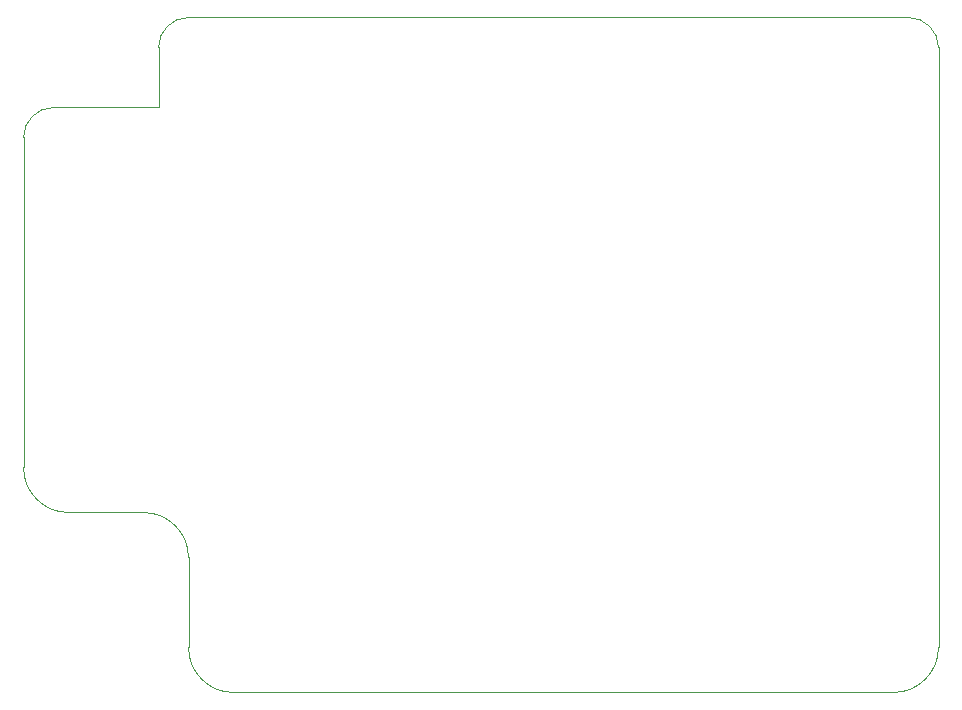
<source format=gm1>
G04 #@! TF.GenerationSoftware,KiCad,Pcbnew,6.0.5*
G04 #@! TF.CreationDate,2022-05-12T16:14:40+02:00*
G04 #@! TF.ProjectId,active3-rpi-hub75-adapter,61637469-7665-4332-9d72-70692d687562,rev?*
G04 #@! TF.SameCoordinates,Original*
G04 #@! TF.FileFunction,Profile,NP*
%FSLAX46Y46*%
G04 Gerber Fmt 4.6, Leading zero omitted, Abs format (unit mm)*
G04 Created by KiCad (PCBNEW 6.0.5) date 2022-05-12 16:14:40*
%MOMM*%
%LPD*%
G01*
G04 APERTURE LIST*
G04 #@! TA.AperFunction,Profile*
%ADD10C,0.100000*%
G04 #@! TD*
G04 APERTURE END LIST*
D10*
X97790000Y-78740000D02*
X91440000Y-78740000D01*
X90170000Y-44450000D02*
G75*
G03*
X87630000Y-46990000I0J-2540000D01*
G01*
X165100000Y-39370000D02*
G75*
G03*
X162560000Y-36830000I-2540000J0D01*
G01*
X101600000Y-36830000D02*
G75*
G03*
X99060000Y-39370000I0J-2540000D01*
G01*
X101600000Y-90170000D02*
X101600000Y-82550000D01*
X161290000Y-93980000D02*
G75*
G03*
X165100000Y-90170000I0J3810000D01*
G01*
X87630000Y-74930000D02*
G75*
G03*
X91440000Y-78740000I3810000J0D01*
G01*
X87630000Y-74930000D02*
X87630000Y-46990000D01*
X161290000Y-93980000D02*
X105410000Y-93980000D01*
X101600000Y-82550000D02*
G75*
G03*
X97790000Y-78740000I-3810000J0D01*
G01*
X165100000Y-90170000D02*
X165100000Y-39370000D01*
X101600000Y-90170000D02*
G75*
G03*
X105410000Y-93980000I3810000J0D01*
G01*
X90170000Y-44450000D02*
X99060000Y-44450000D01*
X101600000Y-36830000D02*
X162560000Y-36830000D01*
X99060000Y-44450000D02*
X99060000Y-39370000D01*
M02*

</source>
